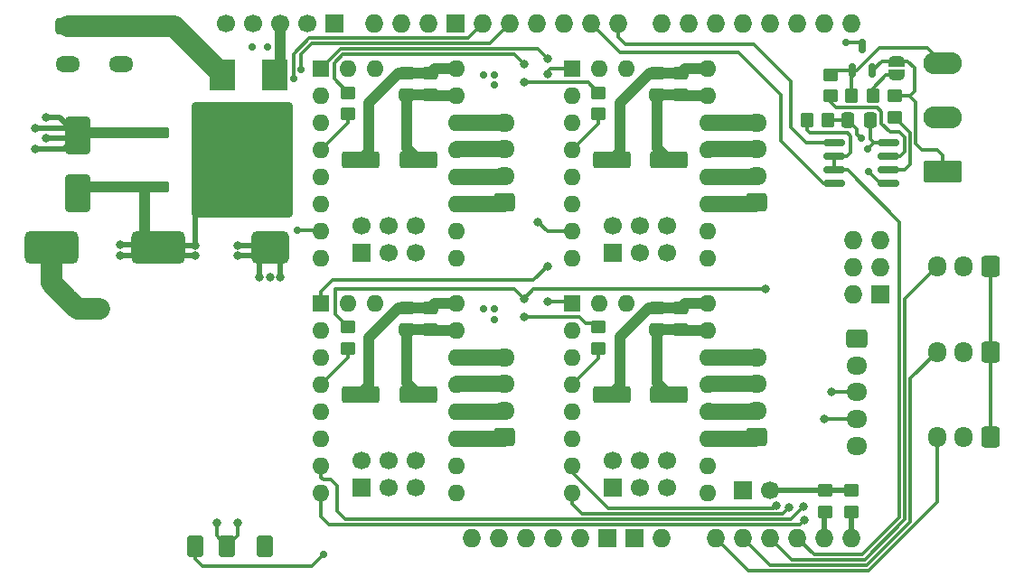
<source format=gbr>
%TF.GenerationSoftware,KiCad,Pcbnew,9.0.6*%
%TF.CreationDate,2026-02-21T20:52:02+01:00*%
%TF.ProjectId,MPC01,4d504330-312e-46b6-9963-61645f706362,V0.1*%
%TF.SameCoordinates,Original*%
%TF.FileFunction,Copper,L1,Top*%
%TF.FilePolarity,Positive*%
%FSLAX46Y46*%
G04 Gerber Fmt 4.6, Leading zero omitted, Abs format (unit mm)*
G04 Created by KiCad (PCBNEW 9.0.6) date 2026-02-21 20:52:02*
%MOMM*%
%LPD*%
G01*
G04 APERTURE LIST*
G04 Aperture macros list*
%AMRoundRect*
0 Rectangle with rounded corners*
0 $1 Rounding radius*
0 $2 $3 $4 $5 $6 $7 $8 $9 X,Y pos of 4 corners*
0 Add a 4 corners polygon primitive as box body*
4,1,4,$2,$3,$4,$5,$6,$7,$8,$9,$2,$3,0*
0 Add four circle primitives for the rounded corners*
1,1,$1+$1,$2,$3*
1,1,$1+$1,$4,$5*
1,1,$1+$1,$6,$7*
1,1,$1+$1,$8,$9*
0 Add four rect primitives between the rounded corners*
20,1,$1+$1,$2,$3,$4,$5,0*
20,1,$1+$1,$4,$5,$6,$7,0*
20,1,$1+$1,$6,$7,$8,$9,0*
20,1,$1+$1,$8,$9,$2,$3,0*%
%AMFreePoly0*
4,1,23,0.500000,-0.750000,0.000000,-0.750000,0.000000,-0.745722,-0.065263,-0.745722,-0.191342,-0.711940,-0.304381,-0.646677,-0.396677,-0.554381,-0.461940,-0.441342,-0.495722,-0.315263,-0.495722,-0.250000,-0.500000,-0.250000,-0.500000,0.250000,-0.495722,0.250000,-0.495722,0.315263,-0.461940,0.441342,-0.396677,0.554381,-0.304381,0.646677,-0.191342,0.711940,-0.065263,0.745722,0.000000,0.745722,
0.000000,0.750000,0.500000,0.750000,0.500000,-0.750000,0.500000,-0.750000,$1*%
%AMFreePoly1*
4,1,23,0.000000,0.745722,0.065263,0.745722,0.191342,0.711940,0.304381,0.646677,0.396677,0.554381,0.461940,0.441342,0.495722,0.315263,0.495722,0.250000,0.500000,0.250000,0.500000,-0.250000,0.495722,-0.250000,0.495722,-0.315263,0.461940,-0.441342,0.396677,-0.554381,0.304381,-0.646677,0.191342,-0.711940,0.065263,-0.745722,0.000000,-0.745722,0.000000,-0.750000,-0.500000,-0.750000,
-0.500000,0.750000,0.000000,0.750000,0.000000,0.745722,0.000000,0.745722,$1*%
G04 Aperture macros list end*
%TA.AperFunction,SMDPad,CuDef*%
%ADD10FreePoly0,90.000000*%
%TD*%
%TA.AperFunction,SMDPad,CuDef*%
%ADD11FreePoly1,90.000000*%
%TD*%
%TA.AperFunction,ComponentPad*%
%ADD12RoundRect,0.249999X1.550001X-0.790001X1.550001X0.790001X-1.550001X0.790001X-1.550001X-0.790001X0*%
%TD*%
%TA.AperFunction,ComponentPad*%
%ADD13O,3.600000X2.080000*%
%TD*%
%TA.AperFunction,SMDPad,CuDef*%
%ADD14RoundRect,0.450000X-1.300000X1.050000X-1.300000X-1.050000X1.300000X-1.050000X1.300000X1.050000X0*%
%TD*%
%TA.AperFunction,SMDPad,CuDef*%
%ADD15RoundRect,0.450000X-2.050000X1.050000X-2.050000X-1.050000X2.050000X-1.050000X2.050000X1.050000X0*%
%TD*%
%TA.AperFunction,SMDPad,CuDef*%
%ADD16RoundRect,0.225000X-0.525000X0.775000X-0.525000X-0.775000X0.525000X-0.775000X0.525000X0.775000X0*%
%TD*%
%TA.AperFunction,SMDPad,CuDef*%
%ADD17RoundRect,0.250000X0.475000X-0.337500X0.475000X0.337500X-0.475000X0.337500X-0.475000X-0.337500X0*%
%TD*%
%TA.AperFunction,SMDPad,CuDef*%
%ADD18RoundRect,0.250000X-0.450000X0.350000X-0.450000X-0.350000X0.450000X-0.350000X0.450000X0.350000X0*%
%TD*%
%TA.AperFunction,SMDPad,CuDef*%
%ADD19RoundRect,0.162500X-0.825000X-0.162500X0.825000X-0.162500X0.825000X0.162500X-0.825000X0.162500X0*%
%TD*%
%TA.AperFunction,ComponentPad*%
%ADD20O,1.700000X1.950000*%
%TD*%
%TA.AperFunction,ComponentPad*%
%ADD21RoundRect,0.250000X0.600000X0.725000X-0.600000X0.725000X-0.600000X-0.725000X0.600000X-0.725000X0*%
%TD*%
%TA.AperFunction,ComponentPad*%
%ADD22O,1.727200X1.727200*%
%TD*%
%TA.AperFunction,ComponentPad*%
%ADD23R,1.727200X1.727200*%
%TD*%
%TA.AperFunction,ComponentPad*%
%ADD24R,1.700000X1.700000*%
%TD*%
%TA.AperFunction,ComponentPad*%
%ADD25C,1.700000*%
%TD*%
%TA.AperFunction,SMDPad,CuDef*%
%ADD26RoundRect,0.250000X-1.500000X-0.550000X1.500000X-0.550000X1.500000X0.550000X-1.500000X0.550000X0*%
%TD*%
%TA.AperFunction,ComponentPad*%
%ADD27RoundRect,0.250000X0.725000X-0.600000X0.725000X0.600000X-0.725000X0.600000X-0.725000X-0.600000X0*%
%TD*%
%TA.AperFunction,ComponentPad*%
%ADD28O,1.950000X1.700000*%
%TD*%
%TA.AperFunction,ComponentPad*%
%ADD29RoundRect,0.250000X-0.725000X0.600000X-0.725000X-0.600000X0.725000X-0.600000X0.725000X0.600000X0*%
%TD*%
%TA.AperFunction,SMDPad,CuDef*%
%ADD30RoundRect,0.250000X-0.350000X-0.450000X0.350000X-0.450000X0.350000X0.450000X-0.350000X0.450000X0*%
%TD*%
%TA.AperFunction,SMDPad,CuDef*%
%ADD31RoundRect,0.250000X0.450000X-0.350000X0.450000X0.350000X-0.450000X0.350000X-0.450000X-0.350000X0*%
%TD*%
%TA.AperFunction,SMDPad,CuDef*%
%ADD32RoundRect,0.275000X-2.025000X-0.275000X2.025000X-0.275000X2.025000X0.275000X-2.025000X0.275000X0*%
%TD*%
%TA.AperFunction,SMDPad,CuDef*%
%ADD33RoundRect,0.250000X-4.450000X-5.150000X4.450000X-5.150000X4.450000X5.150000X-4.450000X5.150000X0*%
%TD*%
%TA.AperFunction,SMDPad,CuDef*%
%ADD34RoundRect,0.150000X0.150000X-0.512500X0.150000X0.512500X-0.150000X0.512500X-0.150000X-0.512500X0*%
%TD*%
%TA.AperFunction,SMDPad,CuDef*%
%ADD35RoundRect,0.250000X0.900000X-1.500000X0.900000X1.500000X-0.900000X1.500000X-0.900000X-1.500000X0*%
%TD*%
%TA.AperFunction,SMDPad,CuDef*%
%ADD36RoundRect,0.250000X0.350000X0.450000X-0.350000X0.450000X-0.350000X-0.450000X0.350000X-0.450000X0*%
%TD*%
%TA.AperFunction,ComponentPad*%
%ADD37R,2.300000X1.500000*%
%TD*%
%TA.AperFunction,ComponentPad*%
%ADD38RoundRect,0.250001X-0.899999X0.499999X-0.899999X-0.499999X0.899999X-0.499999X0.899999X0.499999X0*%
%TD*%
%TA.AperFunction,ComponentPad*%
%ADD39O,2.300000X1.500000*%
%TD*%
%TA.AperFunction,SMDPad,CuDef*%
%ADD40R,2.400000X3.000000*%
%TD*%
%TA.AperFunction,ComponentPad*%
%ADD41R,1.600000X1.600000*%
%TD*%
%TA.AperFunction,ComponentPad*%
%ADD42O,1.600000X1.600000*%
%TD*%
%TA.AperFunction,SMDPad,CuDef*%
%ADD43RoundRect,0.250000X0.337500X0.475000X-0.337500X0.475000X-0.337500X-0.475000X0.337500X-0.475000X0*%
%TD*%
%TA.AperFunction,ViaPad*%
%ADD44C,0.700000*%
%TD*%
%TA.AperFunction,ViaPad*%
%ADD45C,0.800000*%
%TD*%
%TA.AperFunction,Conductor*%
%ADD46C,0.300000*%
%TD*%
%TA.AperFunction,Conductor*%
%ADD47C,2.000000*%
%TD*%
%TA.AperFunction,Conductor*%
%ADD48C,0.500000*%
%TD*%
%TA.AperFunction,Conductor*%
%ADD49C,1.000000*%
%TD*%
%TA.AperFunction,Conductor*%
%ADD50C,1.500000*%
%TD*%
G04 APERTURE END LIST*
D10*
%TO.P,JP1,1,A*%
%TO.N,Net-(JP1-A)*%
X147700000Y-54050000D03*
D11*
%TO.P,JP1,2,B*%
%TO.N,Net-(D2-A2)*%
X147700000Y-52750000D03*
%TD*%
D12*
%TO.P,J2,1,Pin_1*%
%TO.N,Net-(D2-A2)*%
X152000000Y-63080000D03*
D13*
%TO.P,J2,2,Pin_2*%
%TO.N,GND*%
X152000000Y-58000000D03*
%TO.P,J2,3,Pin_3*%
%TO.N,Net-(D2-A1)*%
X152000000Y-52920000D03*
%TD*%
D14*
%TO.P,BC1,1,VIN*%
%TO.N,+24V*%
X89000000Y-70250000D03*
D15*
%TO.P,BC1,2,GND*%
%TO.N,GND*%
X78500000Y-70250000D03*
%TO.P,BC1,3,VOUT*%
%TO.N,5V*%
X68500000Y-70250000D03*
D16*
%TO.P,BC1,4,EN*%
%TO.N,unconnected-(BC1-EN-Pad4)*%
X88500000Y-98250000D03*
%TO.P,BC1,5,AGND*%
%TO.N,GND*%
X85000000Y-98250000D03*
%TO.P,BC1,6,PGOOD*%
%TO.N,PGOOD*%
X82000000Y-98250000D03*
%TD*%
D17*
%TO.P,C7,2*%
%TO.N,+24V*%
X125300000Y-53862500D03*
%TO.P,C7,1*%
%TO.N,GND*%
X125300000Y-55937500D03*
%TD*%
%TO.P,C8,2*%
%TO.N,+24V*%
X101800000Y-75862500D03*
%TO.P,C8,1*%
%TO.N,GND*%
X101800000Y-77937500D03*
%TD*%
D18*
%TO.P,R7,2*%
%TO.N,Net-(A2-RX)*%
X96300000Y-57700000D03*
%TO.P,R7,1*%
%TO.N,PDNUart*%
X96300000Y-55700000D03*
%TD*%
D19*
%TO.P,U1,8,VCC*%
%TO.N,5V*%
X146937500Y-60395000D03*
%TO.P,U1,7,B/Z*%
%TO.N,RS485_B*%
X146937500Y-61665000D03*
%TO.P,U1,6,A/Y*%
%TO.N,RS485_A*%
X146937500Y-62935000D03*
%TO.P,U1,5,GND*%
%TO.N,GND*%
X146937500Y-64205000D03*
%TO.P,U1,4,DI*%
%TO.N,RS485_TX*%
X141862500Y-64205000D03*
%TO.P,U1,3,DE*%
%TO.N,RS485_DE{slash}RE*%
X141862500Y-62935000D03*
%TO.P,U1,2,RE*%
X141862500Y-61665000D03*
%TO.P,U1,1,RO*%
%TO.N,RS485_RX*%
X141862500Y-60395000D03*
%TD*%
D20*
%TO.P,J5,3,Pin_3*%
%TO.N,EndstopY*%
X151500000Y-80025000D03*
%TO.P,J5,2,Pin_2*%
%TO.N,GND*%
X154000000Y-80025000D03*
D21*
%TO.P,J5,1,Pin_1*%
%TO.N,Net-(J4-Pin_1)*%
X156500000Y-80025000D03*
%TD*%
D22*
%TO.P,A1,VIN,VIN*%
%TO.N,5V*%
X125720000Y-97460000D03*
%TO.P,A1,SDA,SDA*%
%TO.N,Net-(J16-Pin_2)*%
X101336000Y-49200000D03*
%TO.P,A1,SCL,SCL*%
%TO.N,Net-(J16-Pin_1)*%
X98796000Y-49200000D03*
%TO.P,A1,SCK,SPI_SCK*%
%TO.N,unconnected-(A1-SPI_SCK-PadSCK)*%
X143627000Y-72060000D03*
%TO.P,A1,RST2,SPI_RESET*%
%TO.N,unconnected-(A1-SPI_RESET-PadRST2)*%
X143627000Y-74600000D03*
%TO.P,A1,RST1,RESET*%
%TO.N,unconnected-(A1-RESET-PadRST1)*%
X113020000Y-97460000D03*
%TO.P,A1,MOSI,SPI_MOSI*%
%TO.N,unconnected-(A1-SPI_MOSI-PadMOSI)*%
X146167000Y-72060000D03*
%TO.P,A1,MISO,SPI_MISO*%
%TO.N,unconnected-(A1-SPI_MISO-PadMISO)*%
X143627000Y-69520000D03*
%TO.P,A1,IORF,IOREF*%
%TO.N,unconnected-(A1-IOREF-PadIORF)*%
X110480000Y-97460000D03*
D23*
%TO.P,A1,GND4,SPI_GND*%
%TO.N,unconnected-(A1-SPI_GND-PadGND4)*%
X146167000Y-74600000D03*
%TO.P,A1,GND3,GND*%
%TO.N,GND*%
X123180000Y-97460000D03*
%TO.P,A1,GND2,GND*%
X120640000Y-97460000D03*
%TO.P,A1,GND1,GND*%
X106416000Y-49200000D03*
D22*
%TO.P,A1,D13,D13*%
%TO.N,STEP1*%
X108956000Y-49200000D03*
%TO.P,A1,D12,D12*%
%TO.N,DIR1*%
X111496000Y-49200000D03*
%TO.P,A1,D11,D11*%
%TO.N,STEP2*%
X114036000Y-49200000D03*
%TO.P,A1,D10,D10_CS*%
%TO.N,DIR2*%
X116576000Y-49200000D03*
%TO.P,A1,D9,D9*%
%TO.N,RS485_TX*%
X119116000Y-49200000D03*
%TO.P,A1,D8,D8*%
%TO.N,RS485_RX*%
X121656000Y-49200000D03*
%TO.P,A1,D7,D7*%
%TO.N,STEP4*%
X125720000Y-49200000D03*
%TO.P,A1,D6,D6*%
%TO.N,DIR4*%
X128260000Y-49200000D03*
%TO.P,A1,D5,D5*%
%TO.N,STEP3*%
X130800000Y-49200000D03*
%TO.P,A1,D4,D4*%
%TO.N,DIR3*%
X133340000Y-49200000D03*
%TO.P,A1,D3,D3_INT1*%
%TO.N,Motor2*%
X135880000Y-49200000D03*
%TO.P,A1,D2,D2_INT0*%
%TO.N,Motor1*%
X138420000Y-49200000D03*
%TO.P,A1,D1,D1/TX*%
%TO.N,ENABLE*%
X140960000Y-49200000D03*
%TO.P,A1,D0,D0/RX*%
%TO.N,PGOOD*%
X143500000Y-49200000D03*
%TO.P,A1,AREF,AREF*%
%TO.N,unconnected-(A1-PadAREF)*%
X103876000Y-49200000D03*
%TO.P,A1,A5,A5*%
%TO.N,RX*%
X143500000Y-97460000D03*
%TO.P,A1,A4,A4*%
%TO.N,TX*%
X140960000Y-97460000D03*
%TO.P,A1,A3,A3*%
%TO.N,RS485_DE{slash}RE*%
X138420000Y-97460000D03*
%TO.P,A1,A2,A2*%
%TO.N,EndstopX*%
X135880000Y-97460000D03*
%TO.P,A1,A1,A1*%
%TO.N,EndstopY*%
X133340000Y-97460000D03*
%TO.P,A1,A0,A0*%
%TO.N,EndstopZ*%
X130800000Y-97460000D03*
%TO.P,A1,5V2,SPI_5V*%
%TO.N,unconnected-(A1-SPI_5V-Pad5V2)*%
X146167000Y-69520000D03*
%TO.P,A1,5V1,5V*%
%TO.N,unconnected-(A1-5V-Pad5V1)*%
X118100000Y-97460000D03*
%TO.P,A1,3V3,3.3V*%
%TO.N,+3V3*%
X115560000Y-97460000D03*
%TO.P,A1,*%
%TO.N,*%
X107940000Y-97460000D03*
%TD*%
D24*
%TO.P,J16,1,Pin_1*%
%TO.N,Net-(J16-Pin_1)*%
X95000000Y-49200000D03*
D25*
%TO.P,J16,2,Pin_2*%
%TO.N,Net-(J16-Pin_2)*%
X92460000Y-49200000D03*
%TO.P,J16,3,Pin_3*%
%TO.N,+24V*%
X89920000Y-49200000D03*
%TO.P,J16,4,Pin_4*%
%TO.N,GND*%
X87380000Y-49200000D03*
%TO.P,J16,5,Pin_5*%
%TO.N,5V*%
X84840000Y-49200000D03*
%TD*%
D26*
%TO.P,C5,1*%
%TO.N,+24V*%
X121000000Y-84000000D03*
%TO.P,C5,2*%
%TO.N,GND*%
X126400000Y-84000000D03*
%TD*%
%TO.P,C4,1*%
%TO.N,+24V*%
X97500000Y-84000000D03*
%TO.P,C4,2*%
%TO.N,GND*%
X102900000Y-84000000D03*
%TD*%
%TO.P,C3,1*%
%TO.N,+24V*%
X121000000Y-62000000D03*
%TO.P,C3,2*%
%TO.N,GND*%
X126400000Y-62000000D03*
%TD*%
%TO.P,C2,1*%
%TO.N,+24V*%
X97500000Y-62000000D03*
%TO.P,C2,2*%
%TO.N,GND*%
X102900000Y-62000000D03*
%TD*%
D17*
%TO.P,C13,1*%
%TO.N,GND*%
X127500000Y-77937500D03*
%TO.P,C13,2*%
%TO.N,+24V*%
X127500000Y-75862500D03*
%TD*%
%TO.P,C12,1*%
%TO.N,GND*%
X104000000Y-77937500D03*
%TO.P,C12,2*%
%TO.N,+24V*%
X104000000Y-75862500D03*
%TD*%
%TO.P,C11,1*%
%TO.N,GND*%
X127500000Y-55937500D03*
%TO.P,C11,2*%
%TO.N,+24V*%
X127500000Y-53862500D03*
%TD*%
%TO.P,C10,1*%
%TO.N,GND*%
X104000000Y-55937500D03*
%TO.P,C10,2*%
%TO.N,+24V*%
X104000000Y-53862500D03*
%TD*%
%TO.P,C9,1*%
%TO.N,GND*%
X125300000Y-77937500D03*
%TO.P,C9,2*%
%TO.N,+24V*%
X125300000Y-75862500D03*
%TD*%
%TO.P,C6,1*%
%TO.N,GND*%
X101800000Y-55937500D03*
%TO.P,C6,2*%
%TO.N,+24V*%
X101800000Y-53862500D03*
%TD*%
D27*
%TO.P,J12,1,Pin_1*%
%TO.N,Net-(A2-B2)*%
X111000000Y-66000000D03*
D28*
%TO.P,J12,2,Pin_2*%
%TO.N,Net-(A2-B1)*%
X111000000Y-63500000D03*
%TO.P,J12,3,Pin_3*%
%TO.N,Net-(A2-A1)*%
X111000000Y-61000000D03*
%TO.P,J12,4,Pin_4*%
%TO.N,Net-(A2-A2)*%
X111000000Y-58500000D03*
%TD*%
D24*
%TO.P,J8,1,Pin_1*%
%TO.N,5V*%
X97600000Y-70700000D03*
D25*
%TO.P,J8,2,Pin_2*%
%TO.N,Net-(A2-MS2)*%
X100140000Y-70700000D03*
%TO.P,J8,3,Pin_3*%
%TO.N,GND*%
X102680000Y-70700000D03*
%TO.P,J8,4,Pin_4*%
X97600000Y-68160000D03*
%TO.P,J8,5,Pin_5*%
%TO.N,Net-(A2-MS1)*%
X100140000Y-68160000D03*
%TO.P,J8,6,Pin_6*%
%TO.N,5V*%
X102680000Y-68160000D03*
%TD*%
D24*
%TO.P,J7,1,Pin_1*%
%TO.N,PDNUart*%
X133275000Y-93000000D03*
D25*
%TO.P,J7,2,Pin_2*%
%TO.N,Net-(J7-Pin_2)*%
X135815000Y-93000000D03*
%TD*%
D20*
%TO.P,J4,3,Pin_3*%
%TO.N,EndstopX*%
X151500000Y-72000000D03*
%TO.P,J4,2,Pin_2*%
%TO.N,GND*%
X154000000Y-72000000D03*
D21*
%TO.P,J4,1,Pin_1*%
%TO.N,Net-(J4-Pin_1)*%
X156500000Y-72000000D03*
%TD*%
D29*
%TO.P,J3,1,Pin_1*%
%TO.N,GND*%
X144000000Y-78800000D03*
D28*
%TO.P,J3,2,Pin_2*%
%TO.N,5V*%
X144000000Y-81300000D03*
%TO.P,J3,3,Pin_3*%
%TO.N,Motor1*%
X144000000Y-83800000D03*
%TO.P,J3,4,Pin_4*%
%TO.N,Motor2*%
X144000000Y-86300000D03*
%TO.P,J3,5,Pin_5*%
%TO.N,unconnected-(J3-Pin_5-Pad5)*%
X144000000Y-88800000D03*
%TD*%
D30*
%TO.P,R3,2*%
%TO.N,GND*%
X141300000Y-58300000D03*
%TO.P,R3,1*%
%TO.N,RS485_DE{slash}RE*%
X139300000Y-58300000D03*
%TD*%
D31*
%TO.P,R2,1*%
%TO.N,RS485_B*%
X141500000Y-56000000D03*
%TO.P,R2,2*%
%TO.N,Net-(D2-A1)*%
X141500000Y-54000000D03*
%TD*%
%TO.P,R1,1*%
%TO.N,RS485_A*%
X147500000Y-58000000D03*
%TO.P,R1,2*%
%TO.N,Net-(D2-A2)*%
X147500000Y-56000000D03*
%TD*%
D32*
%TO.P,D3,1,K*%
%TO.N,+24V*%
X77225000Y-59460000D03*
%TO.P,D3,2,A*%
%TO.N,GND*%
X77225000Y-64540000D03*
D33*
X86375000Y-62000000D03*
%TD*%
D34*
%TO.P,D2,1,A1*%
%TO.N,Net-(D2-A1)*%
X143550000Y-53637500D03*
%TO.P,D2,2,A2*%
%TO.N,Net-(D2-A2)*%
X145450000Y-53637500D03*
%TO.P,D2,3,common*%
%TO.N,GND*%
X144500000Y-51362500D03*
%TD*%
D35*
%TO.P,D1,1,A1*%
%TO.N,GND*%
X71000000Y-65100000D03*
%TO.P,D1,2,A2*%
%TO.N,+24V*%
X71000000Y-59700000D03*
%TD*%
D27*
%TO.P,J14,1,Pin_1*%
%TO.N,Net-(A4-B2)*%
X111000000Y-88000000D03*
D28*
%TO.P,J14,2,Pin_2*%
%TO.N,Net-(A4-B1)*%
X111000000Y-85500000D03*
%TO.P,J14,3,Pin_3*%
%TO.N,Net-(A4-A1)*%
X111000000Y-83000000D03*
%TO.P,J14,4,Pin_4*%
%TO.N,Net-(A4-A2)*%
X111000000Y-80500000D03*
%TD*%
D24*
%TO.P,J11,1,Pin_1*%
%TO.N,5V*%
X121100000Y-92700000D03*
D25*
%TO.P,J11,2,Pin_2*%
%TO.N,Net-(A5-MS2)*%
X123640000Y-92700000D03*
%TO.P,J11,3,Pin_3*%
%TO.N,GND*%
X126180000Y-92700000D03*
%TO.P,J11,4,Pin_4*%
X121100000Y-90160000D03*
%TO.P,J11,5,Pin_5*%
%TO.N,Net-(A5-MS1)*%
X123640000Y-90160000D03*
%TO.P,J11,6,Pin_6*%
%TO.N,5V*%
X126180000Y-90160000D03*
%TD*%
D24*
%TO.P,J9,1,Pin_1*%
%TO.N,5V*%
X121100000Y-70700000D03*
D25*
%TO.P,J9,2,Pin_2*%
%TO.N,Net-(A3-MS2)*%
X123640000Y-70700000D03*
%TO.P,J9,3,Pin_3*%
%TO.N,GND*%
X126180000Y-70700000D03*
%TO.P,J9,4,Pin_4*%
X121100000Y-68160000D03*
%TO.P,J9,5,Pin_5*%
%TO.N,Net-(A3-MS1)*%
X123640000Y-68160000D03*
%TO.P,J9,6,Pin_6*%
%TO.N,5V*%
X126180000Y-68160000D03*
%TD*%
D18*
%TO.P,R10,1*%
%TO.N,PDNUart*%
X119800000Y-77700000D03*
%TO.P,R10,2*%
%TO.N,Net-(A5-RX)*%
X119800000Y-79700000D03*
%TD*%
%TO.P,R9,1*%
%TO.N,PDNUart*%
X96300000Y-77700000D03*
%TO.P,R9,2*%
%TO.N,Net-(A4-RX)*%
X96300000Y-79700000D03*
%TD*%
%TO.P,R8,1*%
%TO.N,PDNUart*%
X119800000Y-55700000D03*
%TO.P,R8,2*%
%TO.N,Net-(A3-RX)*%
X119800000Y-57700000D03*
%TD*%
D31*
%TO.P,R6,1*%
%TO.N,TX*%
X141000000Y-95000000D03*
%TO.P,R6,2*%
%TO.N,Net-(J7-Pin_2)*%
X141000000Y-93000000D03*
%TD*%
%TO.P,R5,1*%
%TO.N,RX*%
X143500000Y-95000000D03*
%TO.P,R5,2*%
%TO.N,Net-(J7-Pin_2)*%
X143500000Y-93000000D03*
%TD*%
D36*
%TO.P,R4,1*%
%TO.N,Net-(JP1-A)*%
X145500000Y-56000000D03*
%TO.P,R4,2*%
%TO.N,Net-(D2-A1)*%
X143500000Y-56000000D03*
%TD*%
D27*
%TO.P,J15,1,Pin_1*%
%TO.N,Net-(A5-B2)*%
X134540000Y-88000000D03*
D28*
%TO.P,J15,2,Pin_2*%
%TO.N,Net-(A5-B1)*%
X134540000Y-85500000D03*
%TO.P,J15,3,Pin_3*%
%TO.N,Net-(A5-A1)*%
X134540000Y-83000000D03*
%TO.P,J15,4,Pin_4*%
%TO.N,Net-(A5-A2)*%
X134540000Y-80500000D03*
%TD*%
D27*
%TO.P,J13,1,Pin_1*%
%TO.N,Net-(A3-B2)*%
X134540000Y-66000000D03*
D28*
%TO.P,J13,2,Pin_2*%
%TO.N,Net-(A3-B1)*%
X134540000Y-63500000D03*
%TO.P,J13,3,Pin_3*%
%TO.N,Net-(A3-A1)*%
X134540000Y-61000000D03*
%TO.P,J13,4,Pin_4*%
%TO.N,Net-(A3-A2)*%
X134540000Y-58500000D03*
%TD*%
D24*
%TO.P,J10,1,Pin_1*%
%TO.N,5V*%
X97600000Y-92700000D03*
D25*
%TO.P,J10,2,Pin_2*%
%TO.N,Net-(A4-MS2)*%
X100140000Y-92700000D03*
%TO.P,J10,3,Pin_3*%
%TO.N,GND*%
X102680000Y-92700000D03*
%TO.P,J10,4,Pin_4*%
X97600000Y-90160000D03*
%TO.P,J10,5,Pin_5*%
%TO.N,Net-(A4-MS1)*%
X100140000Y-90160000D03*
%TO.P,J10,6,Pin_6*%
%TO.N,5V*%
X102680000Y-90160000D03*
%TD*%
D21*
%TO.P,J6,1,Pin_1*%
%TO.N,Net-(J4-Pin_1)*%
X156500000Y-88025000D03*
D20*
%TO.P,J6,2,Pin_2*%
%TO.N,GND*%
X154000000Y-88025000D03*
%TO.P,J6,3,Pin_3*%
%TO.N,EndstopZ*%
X151500000Y-88025000D03*
%TD*%
D37*
%TO.P,J1,1,Pin_1*%
%TO.N,Net-(J1-Pin_1)*%
X75100000Y-49500000D03*
D38*
X70100000Y-49500000D03*
D39*
%TO.P,J1,2,Pin_2*%
%TO.N,GND*%
X75100000Y-53000000D03*
X70100000Y-53000000D03*
%TD*%
D40*
%TO.P,F1,1*%
%TO.N,+24V*%
X89430000Y-54000000D03*
%TO.P,F1,2*%
%TO.N,Net-(J1-Pin_1)*%
X84570000Y-54000000D03*
%TD*%
D41*
%TO.P,A5,1,EN*%
%TO.N,ENABLE*%
X117315000Y-75460000D03*
D42*
%TO.P,A5,2,MS1*%
%TO.N,Net-(A5-MS1)*%
X117315000Y-78000000D03*
%TO.P,A5,3,MS2*%
%TO.N,Net-(A5-MS2)*%
X117315000Y-80540000D03*
%TO.P,A5,4,RX*%
%TO.N,Net-(A5-RX)*%
X117315000Y-83080000D03*
%TO.P,A5,5,TX*%
%TO.N,unconnected-(A5-TX-Pad5)*%
X117315000Y-85620000D03*
%TO.P,A5,6,CLK*%
%TO.N,unconnected-(A5-CLK-Pad6)*%
X117315000Y-88160000D03*
%TO.P,A5,7,STEP*%
%TO.N,STEP4*%
X117315000Y-90700000D03*
%TO.P,A5,8,DIR*%
%TO.N,DIR4*%
X117315000Y-93240000D03*
%TO.P,A5,9,GND*%
%TO.N,GND*%
X130015000Y-93240000D03*
%TO.P,A5,10,VIO*%
%TO.N,5V*%
X130015000Y-90700000D03*
%TO.P,A5,11,B2*%
%TO.N,Net-(A5-B2)*%
X130015000Y-88160000D03*
%TO.P,A5,12,B1*%
%TO.N,Net-(A5-B1)*%
X130015000Y-85620000D03*
%TO.P,A5,13,A1*%
%TO.N,Net-(A5-A1)*%
X130015000Y-83080000D03*
%TO.P,A5,14,A2*%
%TO.N,Net-(A5-A2)*%
X130015000Y-80540000D03*
%TO.P,A5,15,GND*%
%TO.N,GND*%
X130015000Y-78000000D03*
%TO.P,A5,16,VM*%
%TO.N,+24V*%
X130015000Y-75460000D03*
%TO.P,A5,18,DIAG*%
%TO.N,unconnected-(A5-DIAG-Pad18)*%
X122390000Y-75460000D03*
%TO.P,A5,19,VREF*%
%TO.N,unconnected-(A5-VREF-Pad19)*%
X119850000Y-75460000D03*
%TD*%
D41*
%TO.P,A4,1,EN*%
%TO.N,ENABLE*%
X93775000Y-75460000D03*
D42*
%TO.P,A4,2,MS1*%
%TO.N,Net-(A4-MS1)*%
X93775000Y-78000000D03*
%TO.P,A4,3,MS2*%
%TO.N,Net-(A4-MS2)*%
X93775000Y-80540000D03*
%TO.P,A4,4,RX*%
%TO.N,Net-(A4-RX)*%
X93775000Y-83080000D03*
%TO.P,A4,5,TX*%
%TO.N,unconnected-(A4-TX-Pad5)*%
X93775000Y-85620000D03*
%TO.P,A4,6,CLK*%
%TO.N,unconnected-(A4-CLK-Pad6)*%
X93775000Y-88160000D03*
%TO.P,A4,7,STEP*%
%TO.N,STEP3*%
X93775000Y-90700000D03*
%TO.P,A4,8,DIR*%
%TO.N,DIR3*%
X93775000Y-93240000D03*
%TO.P,A4,9,GND*%
%TO.N,GND*%
X106475000Y-93240000D03*
%TO.P,A4,10,VIO*%
%TO.N,5V*%
X106475000Y-90700000D03*
%TO.P,A4,11,B2*%
%TO.N,Net-(A4-B2)*%
X106475000Y-88160000D03*
%TO.P,A4,12,B1*%
%TO.N,Net-(A4-B1)*%
X106475000Y-85620000D03*
%TO.P,A4,13,A1*%
%TO.N,Net-(A4-A1)*%
X106475000Y-83080000D03*
%TO.P,A4,14,A2*%
%TO.N,Net-(A4-A2)*%
X106475000Y-80540000D03*
%TO.P,A4,15,GND*%
%TO.N,GND*%
X106475000Y-78000000D03*
%TO.P,A4,16,VM*%
%TO.N,+24V*%
X106475000Y-75460000D03*
%TO.P,A4,18,DIAG*%
%TO.N,unconnected-(A4-DIAG-Pad18)*%
X98850000Y-75460000D03*
%TO.P,A4,19,VREF*%
%TO.N,unconnected-(A4-VREF-Pad19)*%
X96310000Y-75460000D03*
%TD*%
D41*
%TO.P,A3,1,EN*%
%TO.N,ENABLE*%
X117315000Y-53460000D03*
D42*
%TO.P,A3,2,MS1*%
%TO.N,Net-(A3-MS1)*%
X117315000Y-56000000D03*
%TO.P,A3,3,MS2*%
%TO.N,Net-(A3-MS2)*%
X117315000Y-58540000D03*
%TO.P,A3,4,RX*%
%TO.N,Net-(A3-RX)*%
X117315000Y-61080000D03*
%TO.P,A3,5,TX*%
%TO.N,unconnected-(A3-TX-Pad5)*%
X117315000Y-63620000D03*
%TO.P,A3,6,CLK*%
%TO.N,unconnected-(A3-CLK-Pad6)*%
X117315000Y-66160000D03*
%TO.P,A3,7,STEP*%
%TO.N,STEP2*%
X117315000Y-68700000D03*
%TO.P,A3,8,DIR*%
%TO.N,DIR2*%
X117315000Y-71240000D03*
%TO.P,A3,9,GND*%
%TO.N,GND*%
X130015000Y-71240000D03*
%TO.P,A3,10,VIO*%
%TO.N,5V*%
X130015000Y-68700000D03*
%TO.P,A3,11,B2*%
%TO.N,Net-(A3-B2)*%
X130015000Y-66160000D03*
%TO.P,A3,12,B1*%
%TO.N,Net-(A3-B1)*%
X130015000Y-63620000D03*
%TO.P,A3,13,A1*%
%TO.N,Net-(A3-A1)*%
X130015000Y-61080000D03*
%TO.P,A3,14,A2*%
%TO.N,Net-(A3-A2)*%
X130015000Y-58540000D03*
%TO.P,A3,15,GND*%
%TO.N,GND*%
X130015000Y-56000000D03*
%TO.P,A3,16,VM*%
%TO.N,+24V*%
X130015000Y-53460000D03*
%TO.P,A3,18,DIAG*%
%TO.N,unconnected-(A3-DIAG-Pad18)*%
X122390000Y-53460000D03*
%TO.P,A3,19,VREF*%
%TO.N,unconnected-(A3-VREF-Pad19)*%
X119850000Y-53460000D03*
%TD*%
D41*
%TO.P,A2,1,EN*%
%TO.N,ENABLE*%
X93775000Y-53460000D03*
D42*
%TO.P,A2,2,MS1*%
%TO.N,Net-(A2-MS1)*%
X93775000Y-56000000D03*
%TO.P,A2,3,MS2*%
%TO.N,Net-(A2-MS2)*%
X93775000Y-58540000D03*
%TO.P,A2,4,RX*%
%TO.N,Net-(A2-RX)*%
X93775000Y-61080000D03*
%TO.P,A2,5,TX*%
%TO.N,unconnected-(A2-TX-Pad5)*%
X93775000Y-63620000D03*
%TO.P,A2,6,CLK*%
%TO.N,unconnected-(A2-CLK-Pad6)*%
X93775000Y-66160000D03*
%TO.P,A2,7,STEP*%
%TO.N,STEP1*%
X93775000Y-68700000D03*
%TO.P,A2,8,DIR*%
%TO.N,DIR1*%
X93775000Y-71240000D03*
%TO.P,A2,9,GND*%
%TO.N,GND*%
X106475000Y-71240000D03*
%TO.P,A2,10,VIO*%
%TO.N,5V*%
X106475000Y-68700000D03*
%TO.P,A2,11,B2*%
%TO.N,Net-(A2-B2)*%
X106475000Y-66160000D03*
%TO.P,A2,12,B1*%
%TO.N,Net-(A2-B1)*%
X106475000Y-63620000D03*
%TO.P,A2,13,A1*%
%TO.N,Net-(A2-A1)*%
X106475000Y-61080000D03*
%TO.P,A2,14,A2*%
%TO.N,Net-(A2-A2)*%
X106475000Y-58540000D03*
%TO.P,A2,15,GND*%
%TO.N,GND*%
X106475000Y-56000000D03*
%TO.P,A2,16,VM*%
%TO.N,+24V*%
X106475000Y-53460000D03*
%TO.P,A2,18,DIAG*%
%TO.N,unconnected-(A2-DIAG-Pad18)*%
X98850000Y-53460000D03*
%TO.P,A2,19,VREF*%
%TO.N,unconnected-(A2-VREF-Pad19)*%
X96310000Y-53460000D03*
%TD*%
D43*
%TO.P,C1,1*%
%TO.N,5V*%
X145237500Y-58300000D03*
%TO.P,C1,2*%
%TO.N,GND*%
X143162500Y-58300000D03*
%TD*%
D44*
%TO.N,PGOOD*%
X94000000Y-99000000D03*
%TO.N,GND*%
X144400000Y-60000000D03*
X143000000Y-51000000D03*
X145100000Y-63100000D03*
%TO.N,5V*%
X145000000Y-61000000D03*
%TO.N,+24V*%
X110000000Y-77000000D03*
X110000000Y-76000000D03*
X109000000Y-76000000D03*
X110000000Y-55000000D03*
X110000000Y-54000000D03*
X109000000Y-54000000D03*
X87300000Y-51400000D03*
X88800000Y-51400000D03*
%TO.N,STEP1*%
X91200000Y-54400000D03*
D45*
%TO.N,+24V*%
X89000000Y-73000000D03*
D44*
%TO.N,STEP1*%
X91600000Y-68600000D03*
%TO.N,DIR1*%
X91900000Y-53500000D03*
%TO.N,5V*%
X73000000Y-76000000D03*
X70000000Y-75000000D03*
X71000000Y-76000000D03*
D45*
%TO.N,+24V*%
X67000000Y-61000000D03*
X68000000Y-60000000D03*
X67000000Y-59000000D03*
X68000000Y-58000000D03*
%TO.N,GND*%
X86000000Y-96000000D03*
X84000000Y-96000000D03*
%TO.N,+24V*%
X86000000Y-71000000D03*
X86000000Y-70000000D03*
X90000000Y-73000000D03*
X88000000Y-73000000D03*
%TO.N,GND*%
X82000000Y-71000000D03*
X75000000Y-71000000D03*
%TO.N,STEP2*%
X114100000Y-67800000D03*
%TO.N,STEP4*%
X136450000Y-94448000D03*
%TO.N,DIR4*%
X137625000Y-94625000D03*
%TO.N,PDNUart*%
X135425000Y-74125000D03*
%TO.N,STEP3*%
X139000000Y-94500000D03*
%TO.N,DIR3*%
X139100000Y-95750000D03*
%TO.N,ENABLE*%
X115000000Y-72000000D03*
X115000000Y-52500000D03*
X115000000Y-53950000D03*
X115000000Y-75250000D03*
%TO.N,PDNUart*%
X112800000Y-53000000D03*
X112800000Y-54700000D03*
X112800000Y-75000000D03*
X112800000Y-76700000D03*
%TO.N,Motor1*%
X141600000Y-83800000D03*
%TO.N,Motor2*%
X140950000Y-86300000D03*
%TO.N,GND*%
X82000000Y-70000000D03*
X75000000Y-69976636D03*
%TD*%
D46*
%TO.N,Net-(JP1-A)*%
X146725000Y-54050000D02*
X147700000Y-54050000D01*
X145500000Y-55275000D02*
X146725000Y-54050000D01*
X145500000Y-56000000D02*
X145500000Y-55275000D01*
%TO.N,Net-(D2-A2)*%
X146337500Y-52750000D02*
X145450000Y-53637500D01*
X147700000Y-52750000D02*
X146337500Y-52750000D01*
X148750000Y-52750000D02*
X147700000Y-52750000D01*
X149400000Y-53400000D02*
X148750000Y-52750000D01*
X149400000Y-55600000D02*
X149400000Y-53400000D01*
X149000000Y-56000000D02*
X149400000Y-55600000D01*
X147500000Y-56000000D02*
X149000000Y-56000000D01*
%TO.N,Net-(D2-A1)*%
X146100000Y-51500000D02*
X150580000Y-51500000D01*
X143962500Y-53637500D02*
X146100000Y-51500000D01*
X150580000Y-51500000D02*
X152000000Y-52920000D01*
X143550000Y-53637500D02*
X143962500Y-53637500D01*
D47*
%TO.N,Net-(J1-Pin_1)*%
X80070000Y-49500000D02*
X84570000Y-54000000D01*
X75100000Y-49500000D02*
X80070000Y-49500000D01*
X70100000Y-49500000D02*
X75100000Y-49500000D01*
D46*
%TO.N,PDNUart*%
X119400000Y-77300000D02*
X119800000Y-77700000D01*
X118600000Y-77300000D02*
X119400000Y-77300000D01*
X118000000Y-76700000D02*
X118600000Y-77300000D01*
X112800000Y-76700000D02*
X118000000Y-76700000D01*
%TO.N,STEP3*%
X93775000Y-91775000D02*
X93775000Y-90700000D01*
X94700000Y-92000000D02*
X94000000Y-92000000D01*
X95300000Y-92600000D02*
X94700000Y-92000000D01*
X95300000Y-94900000D02*
X95300000Y-92600000D01*
X94000000Y-92000000D02*
X93775000Y-91775000D01*
X137801000Y-95699000D02*
X96099000Y-95699000D01*
X139000000Y-94500000D02*
X137801000Y-95699000D01*
X96099000Y-95699000D02*
X95300000Y-94900000D01*
%TO.N,GND*%
X144000000Y-59137500D02*
X143162500Y-58300000D01*
X144000000Y-59600000D02*
X144000000Y-59137500D01*
X144400000Y-60000000D02*
X144000000Y-59600000D01*
%TO.N,RS485_TX*%
X140875001Y-64205000D02*
X141862500Y-64205000D01*
X136900000Y-60229999D02*
X140875001Y-64205000D01*
X132900000Y-51900000D02*
X136900000Y-55900000D01*
X136900000Y-55900000D02*
X136900000Y-60229999D01*
X121816000Y-51900000D02*
X132900000Y-51900000D01*
X119116000Y-49200000D02*
X121816000Y-51900000D01*
D48*
%TO.N,GND*%
X82000000Y-66375000D02*
X86375000Y-62000000D01*
X82000000Y-70000000D02*
X82000000Y-66375000D01*
D46*
%TO.N,PGOOD*%
X82000000Y-99400000D02*
X82000000Y-98250000D01*
X82700000Y-100100000D02*
X82000000Y-99400000D01*
X94000000Y-99000000D02*
X92900000Y-100100000D01*
X92900000Y-100100000D02*
X82700000Y-100100000D01*
%TO.N,GND*%
X146205000Y-64205000D02*
X146937500Y-64205000D01*
X145100000Y-63100000D02*
X146205000Y-64205000D01*
%TO.N,5V*%
X145605000Y-60395000D02*
X146937500Y-60395000D01*
X145000000Y-61000000D02*
X145605000Y-60395000D01*
%TO.N,GND*%
X144137500Y-51000000D02*
X144500000Y-51362500D01*
X143000000Y-51000000D02*
X144137500Y-51000000D01*
%TO.N,DIR1*%
X109596000Y-51100000D02*
X111496000Y-49200000D01*
X92900000Y-51100000D02*
X109596000Y-51100000D01*
X91900000Y-52100000D02*
X92900000Y-51100000D01*
X91900000Y-53500000D02*
X91900000Y-52100000D01*
%TO.N,STEP1*%
X107557000Y-50599000D02*
X108956000Y-49200000D01*
X92692479Y-50599000D02*
X107557000Y-50599000D01*
X91200000Y-52091479D02*
X92692479Y-50599000D01*
X91200000Y-54400000D02*
X91200000Y-52091479D01*
D49*
%TO.N,+24V*%
X121800000Y-83200000D02*
X121000000Y-84000000D01*
X124537500Y-75862500D02*
X121800000Y-78600000D01*
X125300000Y-75862500D02*
X124537500Y-75862500D01*
X121800000Y-78600000D02*
X121800000Y-83200000D01*
D46*
%TO.N,RS485_DE{slash}RE*%
X139960000Y-99000000D02*
X138420000Y-97460000D01*
X144500000Y-99000000D02*
X139960000Y-99000000D01*
X143135000Y-62935000D02*
X148000000Y-67800000D01*
X141862500Y-62935000D02*
X143135000Y-62935000D01*
X148000000Y-67800000D02*
X148000000Y-95500000D01*
X148000000Y-95500000D02*
X144500000Y-99000000D01*
X139600000Y-59500000D02*
X139300000Y-59200000D01*
X143100000Y-59500000D02*
X139600000Y-59500000D01*
X143400000Y-59800000D02*
X143100000Y-59500000D01*
X143400000Y-61300000D02*
X143400000Y-59800000D01*
X143035000Y-61665000D02*
X143400000Y-61300000D01*
X141862500Y-61665000D02*
X143035000Y-61665000D01*
X139300000Y-59200000D02*
X139300000Y-58300000D01*
%TO.N,RS485_B*%
X141500000Y-56600000D02*
X141500000Y-56000000D01*
X142000000Y-57100000D02*
X141500000Y-56600000D01*
X145900000Y-57100000D02*
X142000000Y-57100000D01*
X146300000Y-57500000D02*
X145900000Y-57100000D01*
X147100000Y-59400000D02*
X146300000Y-58600000D01*
X148000000Y-59400000D02*
X147100000Y-59400000D01*
X148500000Y-61200000D02*
X148500000Y-59900000D01*
X148035000Y-61665000D02*
X148500000Y-61200000D01*
X148500000Y-59900000D02*
X148000000Y-59400000D01*
X146300000Y-58600000D02*
X146300000Y-57500000D01*
X146937500Y-61665000D02*
X148035000Y-61665000D01*
%TO.N,STEP1*%
X93675000Y-68600000D02*
X93775000Y-68700000D01*
X91600000Y-68600000D02*
X93675000Y-68600000D01*
%TO.N,ENABLE*%
X95635000Y-51600000D02*
X93775000Y-53460000D01*
X114100000Y-51600000D02*
X95635000Y-51600000D01*
X115000000Y-52500000D02*
X114100000Y-51600000D01*
%TO.N,PDNUart*%
X95000000Y-54400000D02*
X96300000Y-55700000D01*
X95000000Y-52943520D02*
X95000000Y-54400000D01*
X111900000Y-52100000D02*
X95843520Y-52100000D01*
X112800000Y-53000000D02*
X111900000Y-52100000D01*
X95843520Y-52100000D02*
X95000000Y-52943520D01*
D47*
%TO.N,5V*%
X71000000Y-76000000D02*
X73000000Y-76000000D01*
X70000000Y-75000000D02*
X71000000Y-76000000D01*
D46*
%TO.N,Net-(D2-A2)*%
X147500000Y-56000000D02*
X148900000Y-56000000D01*
X148400000Y-56000000D02*
X148900000Y-56000000D01*
D48*
%TO.N,+24V*%
X88750000Y-70000000D02*
X89000000Y-70250000D01*
X86000000Y-70000000D02*
X88750000Y-70000000D01*
%TO.N,GND*%
X79250000Y-71000000D02*
X78500000Y-70250000D01*
X82000000Y-71000000D02*
X79250000Y-71000000D01*
X78226636Y-69976636D02*
X78500000Y-70250000D01*
X75000000Y-69976636D02*
X78226636Y-69976636D01*
D47*
%TO.N,5V*%
X70000000Y-75000000D02*
X68500000Y-73500000D01*
X68500000Y-73500000D02*
X68500000Y-70250000D01*
D48*
%TO.N,+24V*%
X69300000Y-58000000D02*
X71000000Y-59700000D01*
X68000000Y-58000000D02*
X69300000Y-58000000D01*
X70300000Y-59000000D02*
X71000000Y-59700000D01*
X67000000Y-59000000D02*
X70300000Y-59000000D01*
X70700000Y-60000000D02*
X71000000Y-59700000D01*
X68000000Y-60000000D02*
X70700000Y-60000000D01*
X69700000Y-61000000D02*
X71000000Y-59700000D01*
X67000000Y-61000000D02*
X69700000Y-61000000D01*
D49*
X71240000Y-59460000D02*
X71000000Y-59700000D01*
X77225000Y-59460000D02*
X71240000Y-59460000D01*
D46*
%TO.N,ENABLE*%
X115240000Y-53460000D02*
X117315000Y-53460000D01*
X115000000Y-53950000D02*
X115000000Y-53700000D01*
X115000000Y-53700000D02*
X115240000Y-53460000D01*
X94835000Y-73300000D02*
X93775000Y-74360000D01*
X115000000Y-72000000D02*
X113700000Y-73300000D01*
X113700000Y-73300000D02*
X94835000Y-73300000D01*
X93775000Y-74360000D02*
X93775000Y-75460000D01*
%TO.N,PDNUart*%
X95100000Y-76500000D02*
X96300000Y-77700000D01*
X95100000Y-74100000D02*
X95100000Y-76500000D01*
X111900000Y-74100000D02*
X95100000Y-74100000D01*
X112800000Y-75000000D02*
X111900000Y-74100000D01*
X135125000Y-74125000D02*
X135425000Y-74125000D01*
X135100000Y-74100000D02*
X135125000Y-74125000D01*
X113700000Y-74100000D02*
X135100000Y-74100000D01*
X112800000Y-75000000D02*
X113700000Y-74100000D01*
D49*
%TO.N,+24V*%
X89920000Y-53510000D02*
X89430000Y-54000000D01*
X89920000Y-49200000D02*
X89920000Y-53510000D01*
%TO.N,GND*%
X77225000Y-68975000D02*
X78500000Y-70250000D01*
X77225000Y-64540000D02*
X77225000Y-68975000D01*
X71560000Y-64540000D02*
X71000000Y-65100000D01*
X77225000Y-64540000D02*
X71560000Y-64540000D01*
D48*
%TO.N,+24V*%
X90000000Y-71250000D02*
X89000000Y-70250000D01*
X90000000Y-73000000D02*
X90000000Y-71250000D01*
X88000000Y-71250000D02*
X89000000Y-70250000D01*
X88000000Y-73000000D02*
X88000000Y-71250000D01*
X88250000Y-71000000D02*
X89000000Y-70250000D01*
X86000000Y-71000000D02*
X88250000Y-71000000D01*
X87750000Y-69000000D02*
X89000000Y-70250000D01*
%TO.N,GND*%
X78750000Y-70000000D02*
X78500000Y-70250000D01*
X79750000Y-69000000D02*
X78500000Y-70250000D01*
X77250000Y-69000000D02*
X78500000Y-70250000D01*
X77750000Y-71000000D02*
X78500000Y-70250000D01*
X75000000Y-71000000D02*
X77750000Y-71000000D01*
D46*
X86000000Y-97250000D02*
X85000000Y-98250000D01*
X86000000Y-96000000D02*
X86000000Y-97250000D01*
X84000000Y-97250000D02*
X85000000Y-98250000D01*
X84000000Y-96000000D02*
X84000000Y-97250000D01*
%TO.N,STEP2*%
X115000000Y-68700000D02*
X117315000Y-68700000D01*
X114100000Y-67800000D02*
X115000000Y-68700000D01*
%TO.N,Net-(J4-Pin_1)*%
X156500000Y-80025000D02*
X156500000Y-72000000D01*
X156500000Y-88025000D02*
X156500000Y-80025000D01*
%TO.N,RS485_RX*%
X137800000Y-58950000D02*
X139245000Y-60395000D01*
X137800000Y-54650000D02*
X137800000Y-58950000D01*
X122300000Y-51150000D02*
X134300000Y-51150000D01*
X134300000Y-51150000D02*
X137800000Y-54650000D01*
X121656000Y-50506000D02*
X122300000Y-51150000D01*
X139245000Y-60395000D02*
X141862500Y-60395000D01*
X121656000Y-49200000D02*
X121656000Y-50506000D01*
%TO.N,STEP4*%
X117315000Y-91317000D02*
X117315000Y-90700000D01*
X120695000Y-94697000D02*
X117315000Y-91317000D01*
X136201000Y-94697000D02*
X120695000Y-94697000D01*
X136450000Y-94448000D02*
X136201000Y-94697000D01*
%TO.N,DIR4*%
X117315000Y-94265000D02*
X117315000Y-93240000D01*
X118248000Y-95198000D02*
X117315000Y-94265000D01*
X137052000Y-95198000D02*
X118248000Y-95198000D01*
X137625000Y-94625000D02*
X137052000Y-95198000D01*
%TO.N,DIR3*%
X94550000Y-96200000D02*
X93775000Y-95425000D01*
X138650000Y-96200000D02*
X94550000Y-96200000D01*
X93775000Y-95425000D02*
X93775000Y-93240000D01*
X139100000Y-95750000D02*
X138650000Y-96200000D01*
%TO.N,PDNUart*%
X112800000Y-54700000D02*
X118800000Y-54700000D01*
X118800000Y-54700000D02*
X119800000Y-55700000D01*
%TO.N,Motor2*%
X144000000Y-86300000D02*
X140950000Y-86300000D01*
%TO.N,Motor1*%
X144000000Y-83800000D02*
X141600000Y-83800000D01*
D48*
%TO.N,Net-(J7-Pin_2)*%
X141000000Y-93000000D02*
X135815000Y-93000000D01*
D46*
%TO.N,ENABLE*%
X117105000Y-75250000D02*
X117315000Y-75460000D01*
X115000000Y-75250000D02*
X117105000Y-75250000D01*
%TO.N,Net-(A5-RX)*%
X119800000Y-80595000D02*
X117315000Y-83080000D01*
X119800000Y-79700000D02*
X119800000Y-80595000D01*
%TO.N,Net-(A4-RX)*%
X96300000Y-80555000D02*
X93775000Y-83080000D01*
X96300000Y-79700000D02*
X96300000Y-80555000D01*
%TO.N,Net-(A2-RX)*%
X93775000Y-61080000D02*
X96300000Y-58555000D01*
X96300000Y-58555000D02*
X96300000Y-57700000D01*
%TO.N,Net-(A3-RX)*%
X119800000Y-58595000D02*
X119800000Y-57700000D01*
X117315000Y-61080000D02*
X119800000Y-58595000D01*
%TO.N,EndstopZ*%
X151500000Y-94125560D02*
X145122560Y-100503000D01*
X145122560Y-100503000D02*
X133843000Y-100503000D01*
X151500000Y-88025000D02*
X151500000Y-94125560D01*
X133843000Y-100503000D02*
X130800000Y-97460000D01*
%TO.N,EndstopY*%
X135882000Y-100002000D02*
X133340000Y-97460000D01*
X144915040Y-100002000D02*
X135882000Y-100002000D01*
X149002000Y-82523000D02*
X149002000Y-95915040D01*
X149002000Y-95915040D02*
X144915040Y-100002000D01*
X151500000Y-80025000D02*
X149002000Y-82523000D01*
%TO.N,EndstopX*%
X137921000Y-99501000D02*
X135880000Y-97460000D01*
X144707520Y-99501000D02*
X137921000Y-99501000D01*
X148501000Y-74999000D02*
X148501000Y-95707520D01*
X148501000Y-95707520D02*
X144707520Y-99501000D01*
X151500000Y-72000000D02*
X148501000Y-74999000D01*
D49*
%TO.N,GND*%
X125300000Y-77937500D02*
X125300000Y-82900000D01*
X125300000Y-82900000D02*
X126400000Y-84000000D01*
X127500000Y-77937500D02*
X125300000Y-77937500D01*
X127562500Y-78000000D02*
X127500000Y-77937500D01*
X130015000Y-78000000D02*
X127562500Y-78000000D01*
X125300000Y-60900000D02*
X126400000Y-62000000D01*
X125300000Y-55937500D02*
X125300000Y-60900000D01*
X127500000Y-55937500D02*
X125300000Y-55937500D01*
X127562500Y-56000000D02*
X127500000Y-55937500D01*
X130015000Y-56000000D02*
X127562500Y-56000000D01*
X101800000Y-60900000D02*
X102900000Y-62000000D01*
X101800000Y-55937500D02*
X101800000Y-60900000D01*
X101800000Y-55937500D02*
X104000000Y-55937500D01*
X104062500Y-56000000D02*
X104000000Y-55937500D01*
X106475000Y-56000000D02*
X104062500Y-56000000D01*
X104062500Y-78000000D02*
X104000000Y-77937500D01*
X106475000Y-78000000D02*
X104062500Y-78000000D01*
X101800000Y-77937500D02*
X104000000Y-77937500D01*
X101800000Y-82900000D02*
X102900000Y-84000000D01*
X101800000Y-77937500D02*
X101800000Y-82900000D01*
%TO.N,+24V*%
X98300000Y-78637500D02*
X98300000Y-83200000D01*
X101075000Y-75862500D02*
X98300000Y-78637500D01*
X101800000Y-75862500D02*
X101075000Y-75862500D01*
X98300000Y-83200000D02*
X97500000Y-84000000D01*
X127500000Y-75862500D02*
X125300000Y-75862500D01*
X127902500Y-75460000D02*
X127500000Y-75862500D01*
X130015000Y-75460000D02*
X127902500Y-75460000D01*
X104000000Y-75862500D02*
X101800000Y-75862500D01*
X104402500Y-75460000D02*
X104000000Y-75862500D01*
X106475000Y-75460000D02*
X104402500Y-75460000D01*
X98300000Y-56637500D02*
X98300000Y-61200000D01*
X101075000Y-53862500D02*
X98300000Y-56637500D01*
X101800000Y-53862500D02*
X101075000Y-53862500D01*
X98300000Y-61200000D02*
X97500000Y-62000000D01*
X104000000Y-53862500D02*
X101800000Y-53862500D01*
X104402500Y-53460000D02*
X104000000Y-53862500D01*
X106475000Y-53460000D02*
X104402500Y-53460000D01*
X121800000Y-61200000D02*
X121000000Y-62000000D01*
X121800000Y-56637500D02*
X121800000Y-61200000D01*
X125300000Y-53862500D02*
X124575000Y-53862500D01*
X124575000Y-53862500D02*
X121800000Y-56637500D01*
X127500000Y-53862500D02*
X125300000Y-53862500D01*
X127902500Y-53460000D02*
X127500000Y-53862500D01*
X130015000Y-53460000D02*
X127902500Y-53460000D01*
D46*
%TO.N,RS485_A*%
X149000000Y-59500000D02*
X147500000Y-58000000D01*
X149000000Y-62400000D02*
X149000000Y-59500000D01*
X148465000Y-62935000D02*
X149000000Y-62400000D01*
X146937500Y-62935000D02*
X148465000Y-62935000D01*
%TO.N,5V*%
X145237500Y-60037500D02*
X145237500Y-58300000D01*
X145595000Y-60395000D02*
X145237500Y-60037500D01*
X146937500Y-60395000D02*
X145595000Y-60395000D01*
%TO.N,RS485_DE{slash}RE*%
X141862500Y-62935000D02*
X141862500Y-61665000D01*
%TO.N,GND*%
X143162500Y-58300000D02*
X141300000Y-58300000D01*
D50*
%TO.N,Net-(A3-B2)*%
X134380000Y-66160000D02*
X134540000Y-66000000D01*
X130015000Y-66160000D02*
X134380000Y-66160000D01*
%TO.N,Net-(A3-B1)*%
X134420000Y-63620000D02*
X134540000Y-63500000D01*
X130015000Y-63620000D02*
X134420000Y-63620000D01*
%TO.N,Net-(A3-A1)*%
X130095000Y-61000000D02*
X130015000Y-61080000D01*
X134540000Y-61000000D02*
X130095000Y-61000000D01*
%TO.N,Net-(A3-A2)*%
X130055000Y-58500000D02*
X130015000Y-58540000D01*
X134540000Y-58500000D02*
X130055000Y-58500000D01*
%TO.N,Net-(A2-B2)*%
X106475000Y-66160000D02*
X110840000Y-66160000D01*
X110840000Y-66160000D02*
X111000000Y-66000000D01*
%TO.N,Net-(A2-B1)*%
X106475000Y-63620000D02*
X110880000Y-63620000D01*
X110880000Y-63620000D02*
X111000000Y-63500000D01*
%TO.N,Net-(A2-A1)*%
X106555000Y-61000000D02*
X106475000Y-61080000D01*
X111000000Y-61000000D02*
X106555000Y-61000000D01*
%TO.N,Net-(A2-A2)*%
X106515000Y-58500000D02*
X106475000Y-58540000D01*
X111000000Y-58500000D02*
X106515000Y-58500000D01*
%TO.N,Net-(A4-A2)*%
X106515000Y-80500000D02*
X106475000Y-80540000D01*
X111000000Y-80500000D02*
X106515000Y-80500000D01*
%TO.N,Net-(A4-A1)*%
X106555000Y-83000000D02*
X106475000Y-83080000D01*
X111000000Y-83000000D02*
X106555000Y-83000000D01*
%TO.N,Net-(A4-B1)*%
X110880000Y-85620000D02*
X111000000Y-85500000D01*
X106475000Y-85620000D02*
X110880000Y-85620000D01*
%TO.N,Net-(A4-B2)*%
X110840000Y-88160000D02*
X111000000Y-88000000D01*
X106475000Y-88160000D02*
X110840000Y-88160000D01*
%TO.N,Net-(A5-B2)*%
X134380000Y-88160000D02*
X134540000Y-88000000D01*
X130015000Y-88160000D02*
X134380000Y-88160000D01*
%TO.N,Net-(A5-B1)*%
X134420000Y-85620000D02*
X134540000Y-85500000D01*
X130015000Y-85620000D02*
X134420000Y-85620000D01*
%TO.N,Net-(A5-A1)*%
X130095000Y-83000000D02*
X130015000Y-83080000D01*
X134540000Y-83000000D02*
X130095000Y-83000000D01*
%TO.N,Net-(A5-A2)*%
X130055000Y-80500000D02*
X130015000Y-80540000D01*
X134540000Y-80500000D02*
X130055000Y-80500000D01*
%TO.N,Net-(A5-B1)*%
X130135000Y-85500000D02*
X130015000Y-85620000D01*
D48*
%TO.N,TX*%
X140960000Y-95040000D02*
X141000000Y-95000000D01*
X140960000Y-97460000D02*
X140960000Y-95040000D01*
%TO.N,RX*%
X143500000Y-95000000D02*
X143500000Y-97460000D01*
%TO.N,Net-(J7-Pin_2)*%
X143500000Y-93000000D02*
X141000000Y-93000000D01*
D46*
%TO.N,Net-(D2-A1)*%
X143500000Y-53687500D02*
X143550000Y-53637500D01*
X143500000Y-56000000D02*
X143500000Y-53687500D01*
X143550000Y-53637500D02*
X141862500Y-53637500D01*
X141862500Y-53637500D02*
X141500000Y-54000000D01*
D49*
%TO.N,+24V*%
X129812500Y-53662500D02*
X130015000Y-53460000D01*
D48*
%TO.N,GND*%
X82000000Y-70000000D02*
X78750000Y-70000000D01*
D46*
%TO.N,Net-(D2-A2)*%
X151500000Y-61100000D02*
X152000000Y-61600000D01*
X152000000Y-61600000D02*
X152000000Y-63080000D01*
X150100000Y-61100000D02*
X151500000Y-61100000D01*
X149500000Y-60500000D02*
X150100000Y-61100000D01*
X148900000Y-56000000D02*
X149500000Y-56600000D01*
X149500000Y-56600000D02*
X149500000Y-60500000D01*
%TD*%
M02*

</source>
